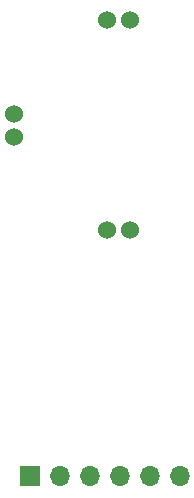
<source format=gbl>
%TF.GenerationSoftware,KiCad,Pcbnew,(6.0.6)*%
%TF.CreationDate,2022-07-27T15:13:06-07:00*%
%TF.ProjectId,EcobitNRF9160 EV3,45636f62-6974-44e5-9246-393136302045,rev?*%
%TF.SameCoordinates,Original*%
%TF.FileFunction,Copper,L4,Bot*%
%TF.FilePolarity,Positive*%
%FSLAX46Y46*%
G04 Gerber Fmt 4.6, Leading zero omitted, Abs format (unit mm)*
G04 Created by KiCad (PCBNEW (6.0.6)) date 2022-07-27 15:13:06*
%MOMM*%
%LPD*%
G01*
G04 APERTURE LIST*
%TA.AperFunction,ComponentPad*%
%ADD10R,1.700000X1.700000*%
%TD*%
%TA.AperFunction,ComponentPad*%
%ADD11O,1.700000X1.700000*%
%TD*%
%TA.AperFunction,ComponentPad*%
%ADD12C,1.524000*%
%TD*%
G04 APERTURE END LIST*
D10*
%TO.P,J1,1,Pin_1*%
%TO.N,/~{GASSENS-EN}*%
X125875000Y-120225000D03*
D11*
%TO.P,J1,2,Pin_2*%
%TO.N,/SCL*%
X128415000Y-120225000D03*
%TO.P,J1,3,Pin_3*%
%TO.N,/SDA*%
X130955000Y-120225000D03*
%TO.P,J1,4,Pin_4*%
%TO.N,/VDD*%
X133495000Y-120225000D03*
%TO.P,J1,5,Pin_5*%
%TO.N,GND*%
X136035000Y-120225000D03*
%TO.P,J1,6,Pin_6*%
%TO.N,/CO-AMPVOUT*%
X138575000Y-120225000D03*
%TD*%
D12*
%TO.P,SENS-CO1,6,WORKING@2*%
%TO.N,Net-(AFE-CO1-Pad12)*%
X134413295Y-99419994D03*
%TO.P,SENS-CO1,5,COUNTER*%
%TO.N,Net-(R1-Pad1)*%
X134413295Y-81639994D03*
%TO.P,SENS-CO1,4,REFERENCE*%
%TO.N,Net-(AFE-CO1-Pad13)*%
X132406695Y-81639994D03*
%TO.P,SENS-CO1,3*%
%TO.N,N/C*%
X124519995Y-89526694D03*
%TO.P,SENS-CO1,2*%
X124519995Y-91533294D03*
%TO.P,SENS-CO1,1,WORKING@1*%
%TO.N,Net-(AFE-CO1-Pad12)*%
X132406695Y-99419994D03*
%TD*%
M02*

</source>
